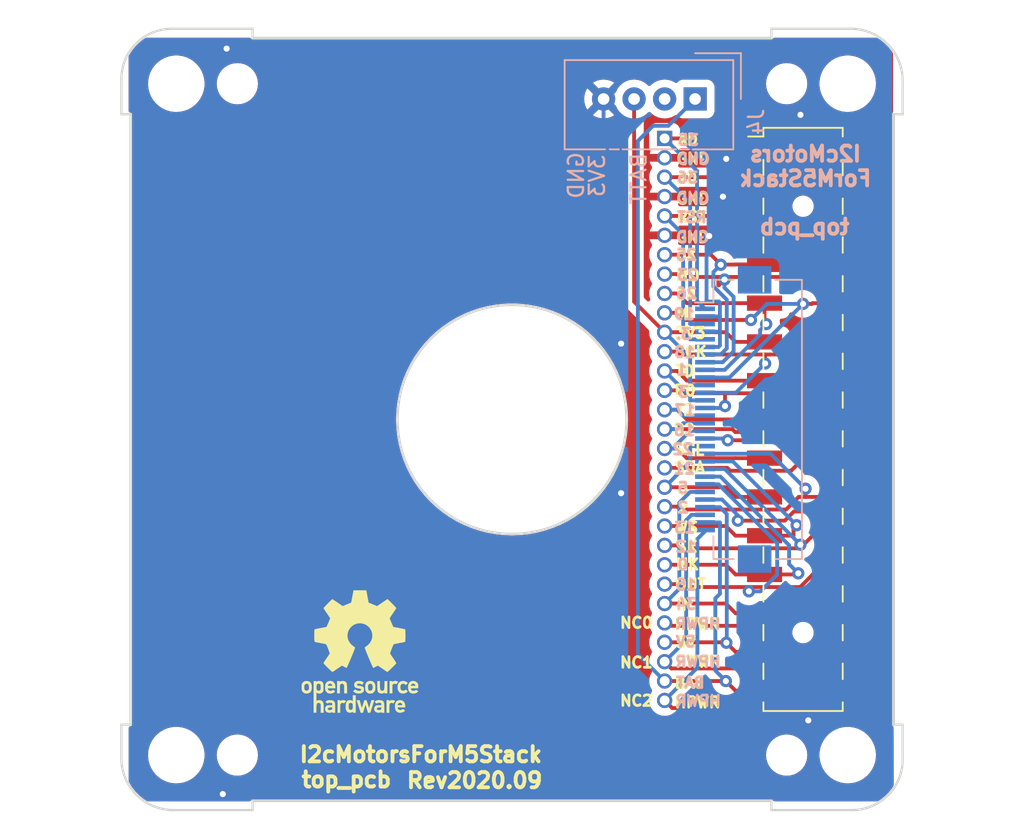
<source format=kicad_pcb>
(kicad_pcb (version 20221018) (generator pcbnew)
  (layers (0 "F.Cu" signal) (31 "B.Cu" signal) (34 "B.Paste" user) (35 "F.Paste" user) (36 "B.SilkS" user "B.Silkscreen") (37 "F.SilkS" user "F.Silkscreen") (38 "B.Mask" user) (39 "F.Mask" user) (44 "Edge.Cuts" user))
  (net 0 "")
  (net 1 "GND")
  (net 2 "G23")
  (net 3 "G19")
  (net 4 "G18")
  (net 5 "G3")
  (net 6 "G16")
  (net 7 "G21")
  (net 8 "G2")
  (net 9 "G12")
  (net 10 "G15")
  (net 11 "+BATT")
  (net 12 "+5V")
  (net 13 "G34")
  (net 14 "G0")
  (net 15 "G13")
  (net 16 "G5")
  (net 17 "G22")
  (net 18 "G17")
  (net 19 "G1")
  (net 20 "G26")
  (net 21 "G25")
  (net 22 "RST")
  (net 23 "G36")
  (net 24 "G35")
  (net 25 "+3V3")
  (net 26 "/NC0")
  (net 27 "/NC1")
  (net 28 "/NC2")
  (net 29 "Net-(J4-Pad2)")
  (footprint "MountingHole:MountingHole_3.2mm_M3" (layer "F.Cu") (at 103 53)
    (fp_text reference "REF1" hide)
    (fp_text value "MountingHole_3.2mm_M3")
  )
  (footprint "MountingHole:MountingHole_3.2mm_M3" (layer "F.Cu") (at 103 97)
    (fp_text reference "REF6" hide)
    (fp_text value "MountingHole_3.2mm_M3")
  )
  (footprint "MountingHole:MountingHole_3.2mm_M3" (layer "F.Cu") (at 147 97)
    (fp_text reference "REF9" hide)
    (fp_text value "MountingHole_3.2mm_M3")
  )
  (footprint "MountingHole:MountingHole_2.2mm_M2" (layer "F.Cu") (at 107 53)
    (fp_text reference "REF2" hide)
    (fp_text value "MountingHole_2.2mm_M2")
  )
  (footprint "MountingHole:MountingHole_3.2mm_M3" (layer "F.Cu") (at 147 53)
    (fp_text reference "REF4" hide)
    (fp_text value "MountingHole_3.2mm_M3")
  )
  (footprint "MountingHole:MountingHole_2.2mm_M2" (layer "F.Cu") (at 143 53)
    (fp_text reference "REF3" hide)
    (fp_text value "MountingHole_2.2mm_M2")
  )
  (footprint "MountingHole:MountingHole_2.2mm_M2" (layer "F.Cu") (at 107 97)
    (fp_text reference "REF7" hide)
    (fp_text value "MountingHole_2.2mm_M2")
  )
  (footprint "MountingHole:MountingHole_2.2mm_M2" (layer "F.Cu") (at 143 97)
    (fp_text reference "REF8" hide)
    (fp_text value "MountingHole_2.2mm_M2")
  )
  (footprint "footprints:PinHeader_2x15_P2.54mm_Vertical_SMD_for_M5Stack" (layer "F.Cu") (at 144.074 75)
    (fp_text reference "J2" hide)
    (fp_text value "header")
  )
  (footprint "Symbol:OSHW-Logo_7.5x8mm_SilkScreen" (layer "F.Cu") (at 115.0238 90.2082)
    (fp_text reference "OSHWREF2" hide)
    (fp_text value "OSHW-Logo_7.5x8mm_SilkScreen" hide)
  )
  (footprint "footprints:corner_edge1" (layer "F.Cu") (at 150 50)
    (fp_text reference "corner1" hide)
    (fp_text value "corner_edge1")
    (fp_line (start -8 -0.6) (end -2.8 -0.6) (stroke (width 0.15)) (layer "Edge.Cuts"))
    (fp_line (start -8 0) (end -8 -0.6) (stroke (width 0.15)) (layer "Edge.Cuts"))
    (fp_line (start 0.6 2.8) (end 0.6 5) (stroke (width 0.15)) (layer "Edge.Cuts"))
    (fp_line (start 0.6 5) (end 0 5) (stroke (width 0.15)) (layer "Edge.Cuts"))
    (fp_arc (start -2.8 -0.6) (mid -0.395837 0.395837) (end 0.6 2.8) (stroke (width 0.15)) (layer "Edge.Cuts"))
  )
  (footprint "footprints:corner_edge2" (layer "F.Cu") (at 150 100 180)
    (fp_text reference "corner2" hide)
    (fp_text value "corner_edge2")
    (fp_line (start -0.6 2.7) (end -0.6 5) (stroke (width 0.15)) (layer "Edge.Cuts"))
    (fp_line (start -0.6 5) (end 0 5) (stroke (width 0.15)) (layer "Edge.Cuts"))
    (fp_line (start 8 -0.6) (end 2.7 -0.6) (stroke (width 0.15)) (layer "Edge.Cuts"))
    (fp_line (start 8 0) (end 8 -0.6) (stroke (width 0.15)) (layer "Edge.Cuts"))
    (fp_arc (start -0.6 2.7) (mid 0.366548 0.366548) (end 2.7 -0.6) (stroke (width 0.15)) (layer "Edge.Cuts"))
  )
  (footprint "footprints:corner_edge2" (layer "F.Cu") (at 100 50)
    (fp_text reference "corner3" hide)
    (fp_text value "corner_edge2")
    (fp_line (start -0.6 2.7) (end -0.6 5) (stroke (width 0.15)) (layer "Edge.Cuts"))
    (fp_line (start -0.6 5) (end 0 5) (stroke (width 0.15)) (layer "Edge.Cuts"))
    (fp_line (start 8 -0.6) (end 2.7 -0.6) (stroke (width 0.15)) (layer "Edge.Cuts"))
    (fp_line (start 8 0) (end 8 -0.6) (stroke (width 0.15)) (layer "Edge.Cuts"))
    (fp_arc (start -0.6 2.7) (mid 0.366548 0.366548) (end 2.7 -0.6) (stroke (width 0.15)) (layer "Edge.Cuts"))
  )
  (footprint "footprints:corner_edge1" (layer "F.Cu") (at 100 100 180)
    (fp_text reference "corner4" hide)
    (fp_text value "corner_edge1")
    (fp_line (start -8 -0.6) (end -2.8 -0.6) (stroke (width 0.15)) (layer "Edge.Cuts"))
    (fp_line (start -8 0) (end -8 -0.6) (stroke (width 0.15)) (layer "Edge.Cuts"))
    (fp_line (start 0.6 2.8) (end 0.6 5) (stroke (width 0.15)) (layer "Edge.Cuts"))
    (fp_line (start 0.6 5) (end 0 5) (stroke (width 0.15)) (layer "Edge.Cuts"))
    (fp_arc (start -2.8 -0.6) (mid -0.395837 0.395837) (end 0.6 2.8) (stroke (width 0.15)) (layer "Edge.Cuts"))
  )
  (footprint "footprints:PinHeader_1x30_P1.27mm_Vertical_without_silks" (layer "F.Cu") (at 135 56.585)
    (fp_text reference "J3" hide)
    (fp_text value "free_holes")
  )
  (footprint "Connector_FFC-FPC:Hirose_FH12-30S-0.5SH_1x30-1MP_P0.50mm_Horizontal" (layer "B.Cu") (at 139.5 75 -90)
    (fp_text reference "J1" hide)
    (fp_text value "flat_cable_connector")
  )
  (footprint "Connector:NS-Tech_Grove_1x04_P2mm_Vertical" (layer "B.Cu") (at 137 54 90)
    (fp_text reference "J4")
    (fp_text value "Conn_01x04")
  )
  (gr_circle (center 125 75) (end 132.5 75) (stroke (width 0.15)) (fill none) (layer "Edge.Cuts"))
  (gr_line (start 150 55) (end 150 95) (stroke (width 0.2)) (layer "Edge.Cuts"))
  (gr_line (start 100 95) (end 100 55) (stroke (width 0.15)) (layer "Edge.Cuts"))
  (gr_line (start 142 100) (end 108 100) (stroke (width 0.15)) (layer "Edge.Cuts"))
  (gr_line (start 108 50) (end 142 50) (stroke (width 0.15)) (layer "Edge.Cuts"))
  (gr_text "3" (at 136.2202 73.2028) (layer "B.SilkS") (effects (font (size 0.7 0.7) (thickness 0.175)) (justify mirror)))
  (gr_text "1" (at 136.1186 71.7423) (layer "B.SilkS") (effects (font (size 0.7 0.7) (thickness 0.175)) (justify mirror)))
  (gr_text "25" (at 136.4234 64.2112) (layer "B.SilkS") (effects (font (size 0.7 0.7) (thickness 0.175)) (justify mirror)))
  (gr_text "26" (at 136.4488 66.7385) (layer "B.SilkS") (effects (font (size 0.7 0.7) (thickness 0.175)) (justify mirror)))
  (gr_text "21" (at 136.2837 78.232) (layer "B.SilkS") (effects (font (size 0.7 0.7) (thickness 0.175)) (justify mirror)))
  (gr_text "RST" (at 136.7917 61.7601) (layer "B.SilkS") (effects (font (size 0.7 0.7) (thickness 0.175)) (justify mirror)))
  (gr_text "GND" (at 136.8933 57.9501) (layer "B.SilkS") (effects (font (size 0.7 0.7) (thickness 0.175)) (justify mirror)))
  (gr_text "BAT" (at 136.6901 92.2528) (layer "B.SilkS") (effects (font (size 0.7 0.7) (thickness 0.175)) (justify mirror)))
  (gr_text "35" (at 136.5504 56.6928) (layer "B.SilkS") (effects (font (size 0.7 0.7) (thickness 0.175)) (justify mirror)))
  (gr_text "22" (at 136.1948 76.9493) (layer "B.SilkS") (effects (font (size 0.7 0.7) (thickness 0.175)) (justify mirror)))
  (gr_text "36" (at 136.4996 59.1566) (layer "B.SilkS") (effects (font (size 0.7 0.7) (thickness 0.175)) (justify mirror)))
  (gr_text "18" (at 136.3218 70.5993) (layer "B.SilkS") (effects (font (size 0.7 0.7) (thickness 0.175)) (justify mirror)))
  (gr_text "19" (at 136.2837 68.0974) (layer "B.SilkS") (effects (font (size 0.7 0.7) (thickness 0.175)) (justify mirror)))
  (gr_text "13" (at 136.3091 82.0928) (layer "B.SilkS") (effects (font (size 0.7 0.7) (thickness 0.175)) (justify mirror)))
  (gr_text "12" (at 136.3726 83.3374) (layer "B.SilkS") (effects (font (size 0.7 0.7) (thickness 0.175)) (justify mirror)))
  (gr_text "15" (at 136.398 85.8393) (layer "B.SilkS") (effects (font (size 0.7 0.7) (thickness 0.175)) (justify mirror)))
  (gr_text "34" (at 136.398 87.0966) (layer "B.SilkS") (effects (font (size 0.7 0.7) (thickness 0.175)) (justify mirror)))
  (gr_text "I2cMotors\nForM5Stack" (at 144.2238 58.4082) (layer "B.SilkS") (effects (font (size 1 1) (thickness 0.25)) (justify mirror)))
  (gr_text "GND" (at 136.8552 63.0428) (layer "B.SilkS") (effects (font (size 0.7 0.7) (thickness 0.175)) (justify mirror)))
  (gr_text "HPWR" (at 137.1854 88.392) (layer "B.SilkS") (effects (font (size 0.7 0.7) (thickness 0.175)) (justify mirror)))
  (gr_text "HPWR" (at 137.2108 93.4466) (layer "B.SilkS") (effects (font (size 0.7 0.7) (thickness 0.175)) (justify mirror)))
  (gr_text "top_pcb" (at 144.1738 62.3832) (layer "B.SilkS") (effects (font (size 1 1) (thickness 0.25)) (justify mirror)))
  (gr_text "GND" (at 129.1988 59.0082 90) (layer "B.SilkS") (effects (font (size 1 1)) (justify mirror)))
  (gr_text "2" (at 136.2075 80.7847) (layer "B.SilkS") (effects (font (size 0.7 0.7) (thickness 0.175)) (justify mirror)))
  (gr_text "0" (at 136.1948 84.5185) (layer "B.SilkS") (effects (font (size 0.7 0.7) (thickness 0.175)) (justify mirror)))
  (gr_text "GND" (at 136.8552 60.4774) (layer "B.SilkS") (effects (font (size 0.7 0.7) (thickness 0.175)) (justify mirror)))
  (gr_text "23" (at 136.4996 65.532) (layer "B.SilkS") (effects (font (size 0.7 0.7) (thickness 0.175)) (justify mirror)))
  (gr_text "16" (at 136.2964 75.7047) (layer "B.SilkS") (effects (font (size 0.7 0.7) (thickness 0.175)) (justify mirror)))
  (gr_text "17" (at 136.3472 74.4093) (layer "B.SilkS") (effects (font (size 0.7 0.7) (thickness 0.175)) (justify mirror)))
  (gr_text "5" (at 136.1948 79.4893) (layer "B.SilkS") (effects (font (size 0.7 0.7) (thickness 0.175)) (justify mirror)))
  (gr_text "3V3" (at 130.5738 59.0332 90) (layer "B.SilkS") (effects (font (size 1 1)) (justify mirror)))
  (gr_text "HPWR" (at 137.1854 90.8812) (layer "B.SilkS") (effects (font (size 0.7 0.7) (thickness 0.175)) (justify mirror)))
  (gr_text "5V" (at 136.3853 89.5731) (layer "B.SilkS") (effects (font (size 0.7 0.7) (thickness 0.175)) (justify mirror)))
  (gr_text "BATT" (at 133.2988 59.2332 90) (layer "B.SilkS") (effects (font (size 1 1)) (justify mirror)))
  (gr_text "3." (at 136.2456 69.4055) (layer "B.SilkS") (effects (font (size 0.7 0.7) (thickness 0.175)) (justify mirror)))
  (gr_text "SCL" (at 136.6139 77.0001) (layer "F.SilkS") (effects (font (size 0.7 0.7) (thickness 0.175))))
  (gr_text "T2" (at 136.3345 74.3839) (layer "F.SilkS") (effects (font (size 0.7 0.7) (thickness 0.175))))
  (gr_text "AD" (at 136.525 56.6674) (layer "F.SilkS") (effects (font (size 0.7 0.7) (thickness 0.175))))
  (gr_text "T0" (at 136.3218 71.8312) (layer "F.SilkS") (effects (font (size 0.7 0.7) (thickness 0.175))))
  (gr_text "DA" (at 136.398 64.2747) (layer "F.SilkS") (effects (font (size 0.7 0.7) (thickness 0.175))))
  (gr_text "WS" (at 136.4488 82.0801) (layer "F.SilkS") (effects (font (size 0.7 0.7) (thickness 0.175))))
  (gr_text "IN" (at 136.3218 87.1601) (layer "F.SilkS") (effects (font (size 0.7 0.7) (thickness 0.175))))
  (gr_text "R0" (at 136.3345 73.1139) (layer "F.SilkS") (effects (font (size 0.7 0.7) (thickness 0.175))))
  (gr_text "SDA" (at 136.6393 78.1431) (layer "F.SilkS") (effects (font (size 0.7 0.7) (thickness 0.175))))
  (gr_text "SK" (at 136.4742 83.3501) (layer "F.SilkS") (effects (font (size 0.7 0.7) (thickness 0.175))))
  (gr_text "3V3" (at 136.7028 69.342) (layer "F.SilkS") (effects (font (size 0.7 0.7) (thickness 0.175))))
  (gr_text "GND" (at 136.8552 57.912) (layer "F.SilkS") (effects (font (size 0.7 0.7) (thickness 0.175))))
  (gr_text "GND" (at 136.8298 63.0682) (layer "F.SilkS") (effects (font (size 0.7 0.7) (thickness 0.175))))
  (gr_text "RST" (at 136.7536 61.7347) (layer "F.SilkS") (effects (font (size 0.7 0.7) (thickness 0.175))))
  (gr_text "5V" (at 136.3853 89.6112) (layer "F.SilkS") (effects (font (size 0.7 0.7) (thickness 0.175))))
  (gr_text "BAT" (at 136.5885 92.2655) (layer "F.SilkS") (effects (font (size 0.7 0.7) (thickness 0.175))))
  (gr_text "5" (at 136.2075 79.5274) (layer "F.SilkS") (effects (font (size 0.7 0.7) (thickness 0.175))))
  (gr_text "2" (at 136.2075 80.772) (layer "F.SilkS") (effects (font (size 0.7 0.7) (thickness 0.175))))
  (gr_text "HPWR" (at 137.1346 88.4301) (layer "F.SilkS") (effects (font (size 0.7 0.7) (thickness 0.175))))
  (gr_text "HPWR" (at 137.1981 90.8812) (layer "F.SilkS") (effects (font (size 0.7 0.7) (thickness 0.175))))
  (gr_text "HPWR" (at 137.1473 93.5482) (layer "F.SilkS") (effects (font (size 0.7 0.7) (thickness 0.175))))
  (gr_text "NC0" (at 133.1488 88.3301) (layer "F.SilkS") (effects (font (size 0.7 0.7) (thickness 0.175))))
  (gr_text "NC2" (at 133.1488 93.4332) (layer "F.SilkS") (effects (font (size 0.7 0.7) (thickness 0.175))))
  (gr_text "NC1" (at 133.1488 90.9301) (layer "F.SilkS") (effects (font (size 0.7 0.7) (thickness 0.175))))
  (gr_text "SCK" (at 136.7028 70.5739) (layer "F.SilkS") (effects (font (size 0.7 0.7) (thickness 0.175))))
  (gr_text "AD" (at 136.4742 59.1566) (layer "F.SilkS") (effects (font (size 0.7 0.7) (thickness 0.175))))
  (gr_text "top_pcb" (at 114.1488 98.6082) (layer "F.SilkS") (effects (font (size 1 1) (thickness 0.25))))
  (gr_text "Rev2020.09" (at 122.5488 98.6582) (layer "F.SilkS") (effects (font (size 1 1) (thickness 0.25))))
  (gr_text "R2" (at 136.2837 75.6793) (layer "F.SilkS") (effects (font (size 0.7 0.7) (thickness 0.175))))
  (gr_text "DA" (at 136.398 66.8147) (layer "F.SilkS") (effects (font (size 0.7 0.7) (thickness 0.175))))
  (gr_text "I2cMotorsForM5Stack" (at 119.0238 96.9582) (layer "F.SilkS") (effects (font (size 1 1) (thickness 0.25))))
  (gr_text "OUT" (at 136.7028 85.8012) (layer "F.SilkS") (effects (font (size 0.7 0.7) (thickness 0.175))))
  (gr_text "GND" (at 136.8552 60.5409) (layer "F.SilkS") (effects (font (size 0.7 0.7) (thickness 0.175))))
  (gr_text "MO" (at 136.5123 65.5701) (layer "F.SilkS") (effects (font (size 0.7 0.7) (thickness 0.175))))
  (gr_text "MK" (at 136.4996 84.5058) (layer "F.SilkS") (effects (font (size 0.7 0.7) (thickness 0.175))))
  (gr_text "MI" (at 136.3091 68.1101) (layer "F.SilkS") (effects (font (size 0.7 0.7) (thickness 0.175))))
  (segment (start 144.41631 94.72121) (end 139.18739 94.72121) (width 0.25) (layer "F.Cu") (net 1))
  (segment (start 132.1488 70.0332) (end 133.3488 71.2332) (width 0.25) (layer "F.Cu") (net 1))
  (segment (start 135 60.395) (end 138.8175 60.395) (width 0.25) (layer "F.Cu") (net 1))
  (segment (start 135.0697 57.9247) (end 135 57.855) (width 0.25) (layer "F.Cu") (net 1))
  (segment (start 133.3488 78.6332) (end 132.1488 79.8332) (width 0.25) (layer "F.Cu") (net 1))
  (segment (start 109.082834 98.046533) (end 109.076898 98.090352) (width 0.25) (layer "F.Cu") (net 1))
  (segment (start 134.9248 98.9838) (end 110.0201 98.9838) (width 0.25) (layer "F.Cu") (net 1))
  (segment (start 133.3488 71.2332) (end 133.3488 78.6332) (width 0.25) (layer "F.Cu") (net 1))
  (segment (start 139.18739 94.72121) (end 134.9248 98.9838) (width 0.25) (layer "F.Cu") (net 1))
  (segment (start 109.076898 98.090352) (end 107.614085 99.553165) (width 0.25) (layer "F.Cu") (net 1))
  (segment (start 135.0443 62.9793) (end 135 62.935) (width 0.25) (layer "F.Cu") (net 1))
  (segment (start 138.8175 60.395) (end 138.8237 60.4012) (width 0.25) (layer "F.Cu") (net 1))
  (segment (start 137.922 62.9793) (end 135.0443 62.9793) (width 0.25) (layer "F.Cu") (net 1))
  (segment (start 146.599 57.22) (end 145.524 57.22) (width 0.25) (layer "F.Cu") (net 1))
  (segment (start 143.904163 55.600163) (end 143.904163 55.040424) (width 0.25) (layer "F.Cu") (net 1))
  (segment (start 110.0201 98.9838) (end 109.082834 98.046533) (width 0.25) (layer "F.Cu") (net 1))
  (segment (start 145.524 57.22) (end 143.904163 55.600163) (width 0.25) (layer "F.Cu") (net 1))
  (segment (start 107.614085 99.553165) (end 106.047125 99.553165) (width 0.25) (layer "F.Cu") (net 1))
  (segment (start 139.0396 57.9247) (end 135.0697 57.9247) (width 0.25) (layer "F.Cu") (net 1))
  (via (at 132.1488 79.8332) (size 0.8) (drill 0.4) (layers "F.Cu" "B.Cu") (net 1))
  (via (at 106.047125 99.553165) (size 0.8) (drill 0.4) (layers "F.Cu" "B.Cu") (net 1))
  (via (at 138.8237 60.4012) (size 0.8) (drill 0.4) (layers "F.Cu" "B.Cu") (net 1))
  (via (at 106.299 50.6984) (size 0.8) (drill 0.4) (layers "F.Cu" "B.Cu") (net 1))
  (via (at 132.1488 70.0332) (size 0.8) (drill 0.4) (layers "F.Cu" "B.Cu") (net 1))
  (via (at 144.41631 94.72121) (size 0.8) (drill 0.4) (layers "F.Cu" "B.Cu") (net 1))
  (via (at 137.922 62.9793) (size 0.8) (drill 0.4) (layers "F.Cu" "B.Cu") (net 1))
  (via (at 139.0396 57.9247) (size 0.8) (drill 0.4) (layers "F.Cu" "B.Cu") (net 1))
  (via (at 143.904163 55.040424) (size 0.8) (drill 0.4) (layers "F.Cu" "B.Cu") (net 1))
  (segment (start 140.556024 55.040424) (end 143.904163 55.040424) (width 0.25) (layer "B.Cu") (net 1))
  (segment (start 139.7488 53.8332) (end 139.7488 54.2332) (width 0.25) (layer "B.Cu") (net 1))
  (segment (start 138.55 69.25) (end 137.65 69.25) (width 0.25) (layer "B.Cu") (net 1))
  (segment (start 138.8237 58.1406) (end 139.0396 57.9247) (width 0.25) (layer "B.Cu") (net 1))
  (segment (start 138.8237 60.4012) (end 138.8237 58.1406) (width 0.25) (layer "B.Cu") (net 1))
  (segment (start 139.7488 54.2332) (end 140.556024 55.040424) (width 0.25) (layer "B.Cu") (net 1))
  (segment (start 138.625001 68.209999) (end 138.625001 67.339999) (width 0.25) (layer "B.Cu") (net 1))
  (segment (start 143.904163 55.040424) (end 143.904163 57.594963) (width 0.25) (layer "B.Cu") (net 1))
  (segment (start 131 54) (end 131 68.8844) (width 0.25) (layer "B.Cu") (net 1))
  (segment (start 138.55 68.25) (end 137.65 68.25) (width 0.25) (layer "B.Cu") (net 1))
  (segment (start 147.2946 60.9854) (end 147.2946 91.5924) (width 0.25) (layer "B.Cu") (net 1))
  (segment (start 138.560001 67.274999) (end 137.811409 67.274999) (width 0.25) (layer "B.Cu") (net 1))
  (segment (start 106.299 50.6984) (end 106.6673 51.0667) (width 0.25) (layer "B.Cu") (net 1))
  (segment (start 136.9823 51.0667) (end 139.7488 53.8332) (width 0.25) (layer "B.Cu") (net 1))
  (segment (start 144.41631 94.47069) (end 144.41631 94.72121) (width 0.25) (layer "B.Cu") (net 1))
  (segment (start 138.585 68.25) (end 138.55 68.25) (width 0.25) (layer "B.Cu") (net 1))
  (segment (start 138.625001 69.325001) (end 138.625001 68.290001) (width 0.25) (layer "B.Cu") (net 1))
  (segment (start 147.2946 91.5924) (end 144.41631 94.47069) (width 0.25) (layer "B.Cu") (net 1))
  (segment (start 137.748422 67.212012) (end 137.748422 63.152878) (width 0.25) (layer "B.Cu") (net 1))
  (segment (start 131 68.8844) (end 132.1488 70.0332) (width 0.25) (layer "B.Cu") (net 1))
  (segment (start 106.6673 51.0667) (end 136.9823 51.0667) (width 0.25) (layer "B.Cu") (net 1))
  (segment (start 138.535002 70.25) (end 138.625001 70.160001) (width 0.25) (layer "B.Cu") (net 1))
  (segment (start 138.625001 70.160001) (end 138.625001 69.325001) (width 0.25) (layer "B.Cu") (net 1))
  (segment (start 138.625001 68.290001) (end 138.585 68.25) (width 0.25) (layer "B.Cu") (net 1))
  (segment (start 138.625001 69.325001) (end 138.55 69.25) (width 0.25) (layer "B.Cu") (net 1))
  (segment (start 138.625001 67.339999) (end 138.560001 67.274999) (width 0.25) (layer "B.Cu") (net 1))
  (segment (start 137.811409 67.274999) (end 137.748422 67.212012) (width 0.25) (layer "B.Cu") (net 1))
  (segment (start 138.585 68.25) (end 138.625001 68.209999) (width 0.25) (layer "B.Cu") (net 1))
  (segment (start 137.748422 63.152878) (end 137.922 62.9793) (width 0.25) (layer "B.Cu") (net 1))
  (segment (start 137.65 70.25) (end 138.535002 70.25) (width 0.25) (layer "B.Cu") (net 1))
  (segment (start 143.904163 57.594963) (end 147.2946 60.9854) (width 0.25) (layer "B.Cu") (net 1))
  (segment (start 138.5196 65.6653) (end 138.5196 66.2087) (width 0.25) (layer "F.Cu") (net 2))
  (segment (start 136.0156 65.6653) (end 135.8253 65.475) (width 0.25) (layer "F.Cu") (net 2))
  (segment (start 138.5196 65.6653) (end 136.0156 65.6653) (width 0.25) (layer "F.Cu") (net 2))
  (segment (start 144.6987 64.84) (end 143.8734 65.6653) (width 0.25) (layer "F.Cu") (net 2))
  (segment (start 143.8734 65.6653) (end 138.5196 65.6653) (width 0.25) (layer "F.Cu") (net 2))
  (segment (start 138.5196 66.2087) (end 138.549278 66.2087) (width 0.25) (layer "F.Cu") (net 2))
  (segment (start 135 65.475) (end 135.8253 65.475) (width 0.25) (layer "F.Cu") (net 2))
  (segment (start 138.549278 66.2087) (end 138.923433 65.834545) (width 0.25) (layer "F.Cu") (net 2))
  (segment (start 146.599 64.84) (end 144.6987 64.84) (width 0.25) (layer "F.Cu") (net 2))
  (via (at 138.923433 65.834545) (size 0.8) (drill 0.4) (layers "F.Cu" "B.Cu") (net 2))
  (segment (start 138.923433 66.365611) (end 138.923433 65.834545) (width 0.25) (layer "B.Cu") (net 2))
  (segment (start 138.807822 71.25) (end 139.525021 70.532801) (width 0.25) (layer "B.Cu") (net 2))
  (segment (start 139.525021 70.532801) (end 139.52502 66.967198) (width 0.25) (layer "B.Cu") (net 2))
  (segment (start 139.52502 66.967198) (end 138.923433 66.365611) (width 0.25) (layer "B.Cu") (net 2))
  (segment (start 137.65 71.25) (end 138.807822 71.25) (width 0.25) (layer "B.Cu") (net 2))
  (segment (start 135 68.015) (end 135.8253 68.015) (width 0.25) (layer "F.Cu") (net 3))
  (segment (start 144.6492 67.4295) (end 144.6987 67.38) (width 0.25) (layer "F.Cu") (net 3))
  (segment (start 136.2931 68.4828) (end 140.6573 68.4828) (width 0.25) (layer "F.Cu") (net 3))
  (segment (start 146.599 67.38) (end 144.6987 67.38) (width 0.25) (layer "F.Cu") (net 3))
  (segment (start 144.074 67.4295) (end 144.6492 67.4295) (width 0.25) (layer "F.Cu") (net 3))
  (segment (start 135.8253 68.015) (end 136.2931 68.4828) (width 0.25) (layer "F.Cu") (net 3))
  (via (at 144.074 67.4295) (size 0.8) (drill 0.4) (layers "F.Cu" "B.Cu") (net 3))
  (via (at 140.6573 68.4828) (size 0.8) (drill 0.4) (layers "F.Cu" "B.Cu") (net 3))
  (segment (start 137.65 72.25) (end 139.2535 72.25) (width 0.25) (layer "B.Cu") (net 3))
  (segment (start 144.074 67.4295) (end 141.7106 67.4295) (width 0.25) (layer "B.Cu") (net 3))
  (segment (start 141.7106 67.4295) (end 140.6573 68.4828) (width 0.25) (layer "B.Cu") (net 3))
  (segment (start 139.2535 72.25) (end 144.074 67.4295) (width 0.25) (layer "B.Cu") (net 3))
  (segment (start 135 70.555) (end 135.8253 70.555) (width 0.25) (layer "F.Cu") (net 4))
  (segment (start 143.8733 70.7454) (end 141.5874 70.7454) (width 0.25) (layer "F.Cu") (net 4))
  (segment (start 141.5874 70.7454) (end 141.5874 71.3354) (width 0.25) (layer "F.Cu") (net 4))
  (segment (start 141.5874 70.7454) (end 136.0157 70.7454) (width 0.25) (layer "F.Cu") (net 4))
  (segment (start 144.6987 69.92) (end 143.8733 70.7454) (width 0.25) (layer "F.Cu") (net 4))
  (segment (start 136.0157 70.7454) (end 135.8253 70.555) (width 0.25) (layer "F.Cu") (net 4))
  (segment (start 146.599 69.92) (end 144.6987 69.92) (width 0.25) (layer "F.Cu") (net 4))
  (via (at 141.5874 71.3354) (size 0.8) (drill 0.4) (layers "F.Cu" "B.Cu") (net 4))
  (segment (start 139.6728 73.25) (end 141.5874 71.3354) (width 0.25) (layer "B.Cu") (net 4))
  (segment (start 137.65 73.25) (end 139.6728 73.25) (width 0.25) (layer "B.Cu") (net 4))
  (segment (start 138.9585 73.2853) (end 138.9585 74.125) (width 0.25) (layer "F.Cu") (net 5))
  (segment (start 143.8734 73.2853) (end 144.6987 72.46) (width 0.25) (layer "F.Cu") (net 5))
  (segment (start 138.9585 73.2853) (end 143.8734 73.2853) (width 0.25) (layer "F.Cu") (net 5))
  (segment (start 135.8253 73.095) (end 136.0156 73.2853) (width 0.25) (layer "F.Cu") (net 5))
  (segment (start 136.0156 73.2853) (end 138.9585 73.2853) (width 0.25) (layer "F.Cu") (net 5))
  (segment (start 146.599 72.46) (end 144.6987 72.46) (width 0.25) (layer "F.Cu") (net 5))
  (segment (start 135 73.095) (end 135.8253 73.095) (width 0.25) (layer "F.Cu") (net 5))
  (via (at 138.9585 74.125) (size 0.8) (drill 0.4) (layers "F.Cu" "B.Cu") (net 5))
  (segment (start 138.9585 74.125) (end 138.8335 74.25) (width 0.25) (layer "B.Cu") (net 5))
  (segment (start 138.8335 74.25) (end 137.65 74.25) (width 0.25) (layer "B.Cu") (net 5))
  (segment (start 144.6987 75) (end 143.8734 75.8253) (width 0.25) (layer "F.Cu") (net 6))
  (segment (start 143.8734 75.8253) (end 139.6272 75.8253) (width 0.25) (layer "F.Cu") (net 6))
  (segment (start 146.599 75) (end 144.6987 75) (width 0.25) (layer "F.Cu") (net 6))
  (segment (start 135 75.635) (end 135.8253 75.635) (width 0.25) (layer "F.Cu") (net 6))
  (segment (start 139.6272 75.8253) (end 139.4369 75.635) (width 0.25) (layer "F.Cu") (net 6))
  (segment (start 139.4369 75.635) (end 135.8253 75.635) (width 0.25) (layer "F.Cu") (net 6))
  (segment (start 135.8253 75.635) (end 136.2103 75.25) (width 0.25) (layer "B.Cu") (net 6))
  (segment (start 136.2103 75.25) (end 137.65 75.25) (width 0.25) (layer "B.Cu") (net 6))
  (segment (start 135 75.635) (end 135.8253 75.635) (width 0.25) (layer "B.Cu") (net 6))
  (segment (start 146.599 77.54) (end 144.6987 77.54) (width 0.25) (layer "F.Cu") (net 7))
  (segment (start 142.9525 76.3651) (end 139.1412 76.3651) (width 0.25) (layer "F.Cu") (net 7))
  (segment (start 144.1274 77.54) (end 144.1194 77.532) (width 0.25) (layer "F.Cu") (net 7))
  (segment (start 144.6987 77.54) (end 144.1274 77.54) (width 0.25) (layer "F.Cu") (net 7))
  (segment (start 143.2861 78.3653) (end 139.2918 78.3653) (width 0.25) (layer "F.Cu") (net 7))
  (segment (start 135 78.175) (end 135.8253 78.175) (width 0.25) (layer "F.Cu") (net 7))
  (segment (start 139.1015 78.175) (end 135.8253 78.175) (width 0.25) (layer "F.Cu") (net 7))
  (segment (start 144.1194 77.532) (end 143.2861 78.3653) (width 0.25) (layer "F.Cu") (net 7))
  (segment (start 144.1194 77.532) (end 142.9525 76.3651) (width 0.25) (layer "F.Cu") (net 7))
  (segment (start 139.2918 78.3653) (end 139.1015 78.175) (width 0.25) (layer "F.Cu") (net 7))
  (via (at 139.1412 76.3651) (size 0.8) (drill 0.4) (layers "F.Cu" "B.Cu") (net 7))
  (segment (start 139.0261 76.25) (end 137.65 76.25) (width 0.25) (layer "B.Cu") (net 7))
  (segment (start 139.1412 76.3651) (end 139.0261 76.25) (width 0.25) (layer "B.Cu") (net 7))
  (segment (start 135.8253 80.715) (end 136.0156 80.9053) (width 0.25) (layer "F.Cu") (net 8))
  (segment (start 144.2372 80.08) (end 144.2372 79.5415) (width 0.25) (layer "F.Cu") (net 8))
  (segment (start 144.6987 80.08) (end 144.2372 80.08) (width 0.25) (layer "F.Cu") (net 8))
  (segment (start 144.2372 80.08) (end 143.784002 80.08) (width 0.25) (layer "F.Cu") (net 8))
  (segment (start 136.015899 80.905001) (end 136.0156 80.9053) (width 0.25) (layer "F.Cu") (net 8))
  (segment (start 143.784002 80.08) (end 142.959001 80.905001) (width 0.25) (layer "F.Cu") (net 8))
  (segment (start 135 80.715) (end 135.8253 80.715) (width 0.25) (layer "F.Cu") (net 8))
  (segment (start 146.599 80.08) (end 144.6987 80.08) (width 0.25) (layer "F.Cu") (net 8))
  (segment (start 142.959001 80.905001) (end 136.015899 80.905001) (width 0.25) (layer "F.Cu") (net 8))
  (via (at 144.2372 79.5415) (size 0.8) (drill 0.4) (layers "F.Cu" "B.Cu") (net 8))
  (segment (start 141.9457 77.25) (end 137.65 77.25) (width 0.25) (layer "B.Cu") (net 8))
  (segment (start 144.2372 79.5415) (end 141.9457 77.25) (width 0.25) (layer "B.Cu") (net 8))
  (segment (start 144.6987 82.62) (end 144.1092 83.2095) (width 0.25) (layer "F.Cu") (net 9))
  (segment (start 146.599 82.62) (end 144.6987 82.62) (width 0.25) (layer "F.Cu") (net 9))
  (segment (start 144.1092 83.2095) (end 143.9006 83.2095) (width 0.25) (layer "F.Cu") (net 9))
  (segment (start 135.8253 83.255) (end 136.0156 83.4453) (width 0.25) (layer "F.Cu") (net 9))
  (segment (start 135 83.255) (end 135.8253 83.255) (width 0.25) (layer "F.Cu") (net 9))
  (segment (start 143.6648 83.4453) (end 143.9006 83.2095) (width 0.25) (layer "F.Cu") (net 9))
  (segment (start 136.0156 83.4453) (end 143.6648 83.4453) (width 0.25) (layer "F.Cu") (net 9))
  (via (at 143.9006 83.2095) (size 0.8) (drill 0.4) (layers "F.Cu" "B.Cu") (net 9))
  (segment (start 138.9411 78.25) (end 143.9006 83.2095) (width 0.25) (layer "B.Cu") (net 9))
  (segment (start 137.65 78.25) (end 138.9411 78.25) (width 0.25) (layer "B.Cu") (net 9))
  (segment (start 143.8857 85.9853) (end 144.6987 85.1723) (width 0.25) (layer "F.Cu") (net 10))
  (segment (start 146.599 85.16) (end 144.6987 85.16) (width 0.25) (layer "F.Cu") (net 10))
  (segment (start 140.5226 85.9853) (end 143.8857 85.9853) (width 0.25) (layer "F.Cu") (net 10))
  (segment (start 135.8253 85.795) (end 136.0156 85.9853) (width 0.25) (layer "F.Cu") (net 10))
  (segment (start 144.6987 85.1723) (end 144.6987 85.16) (width 0.25) (layer "F.Cu") (net 10))
  (segment (start 136.0156 85.9853) (end 140.5226 85.9853) (width 0.25) (layer "F.Cu") (net 10))
  (segment (start 135 85.795) (end 135.8253 85.795) (width 0.25) (layer "F.Cu") (net 10))
  (segment (start 140.5226 85.9853) (end 140.5226 86.2653) (width 0.25) (layer "F.Cu") (net 10))
  (via (at 140.5226 86.2653) (size 0.8) (drill 0.4) (layers "F.Cu" "B.Cu") (net 10))
  (segment (start 140.5226 86.2653) (end 141.2857 86.2653) (width 0.25) (layer "B.Cu") (net 10))
  (segment (start 142.3767 85.1743) (end 142.3767 83.1037) (width 0.25) (layer "B.Cu") (net 10))
  (segment (start 142.3767 83.1037) (end 138.523 79.25) (width 0.25) (layer "B.Cu") (net 10))
  (segment (start 141.2857 86.2653) (end 142.3767 85.1743) (width 0.25) (layer "B.Cu") (net 10))
  (segment (start 138.523 79.25) (end 137.65 79.25) (width 0.25) (layer "B.Cu") (net 10))
  (segment (start 135 92.145) (end 139.0137 92.145) (width 0.25) (layer "F.Cu") (net 11))
  (segment (start 139.0137 92.145) (end 139.6487 92.78) (width 0.25) (layer "F.Cu") (net 11))
  (segment (start 141.549 92.78) (end 139.6487 92.78) (width 0.25) (layer "F.Cu") (net 11))
  (via (at 139.0137 92.145) (size 0.8) (drill 0.4) (layers "F.Cu" "B.Cu") (net 11))
  (segment (start 133.2488 56.751198) (end 133.2488 90.3938) (width 0.25) (layer "B.Cu") (net 11))
  (segment (start 137.65 81.75) (end 138.6253 81.75) (width 0.25) (layer "B.Cu") (net 11))
  (segment (start 138.6253 81.75) (end 138.6253 86.4282) (width 0.25) (layer "B.Cu") (net 11))
  (segment (start 133.2488 90.3938) (end 135 92.145) (width 0.25) (layer "B.Cu") (net 11))
  (segment (start 138.323799 91.455099) (end 139.0137 92.145) (width 0.25) (layer "B.Cu") (net 11))
  (segment (start 135.240001 55.759999) (end 134.239999 55.759999) (width 0.25) (layer "B.Cu") (net 11))
  (segment (start 138.323799 86.729701) (end 138.323799 91.455099) (width 0.25) (layer "B.Cu") (net 11))
  (segment (start 134.239999 55.759999) (end 133.2488 56.751198) (width 0.25) (layer "B.Cu") (net 11))
  (segment (start 137 54) (end 135.240001 55.759999) (width 0.25) (layer "B.Cu") (net 11))
  (segment (start 138.6253 86.4282) (end 138.323799 86.729701) (width 0.25) (layer "B.Cu") (net 11))
  (segment (start 135 89.605) (end 139.0206 89.605) (width 0.25) (layer "F.Cu") (net 12))
  (segment (start 139.0488 89.6332) (end 139.6556 90.24) (width 0.25) (layer "F.Cu") (net 12))
  (segment (start 139.6556 90.24) (end 141.549 90.24) (width 0.25) (layer "F.Cu") (net 12))
  (segment (start 139.0206 89.605) (end 139.0488 89.6332) (width 0.25) (layer "F.Cu") (net 12))
  (via (at 139.0488 89.6332) (size 0.8) (drill 0.4) (layers "F.Cu" "B.Cu") (net 12))
  (segment (start 139.0757 89.6063) (end 139.0488 89.6332) (width 0.25) (layer "B.Cu") (net 12))
  (segment (start 137.65 80.75) (end 138.6253 80.75) (width 0.25) (layer "B.Cu") (net 12))
  (segment (start 139.0757 81.2004) (end 138.6253 80.75) (width 0.25) (layer "B.Cu") (net 12))
  (segment (start 139.0757 87.2666) (end 139.0757 81.2004) (width 0.25) (layer "B.Cu") (net 12))
  (segment (start 139.0757 87.2666) (end 139.0757 89.6063) (width 0.25) (layer "B.Cu") (net 12))
  (segment (start 141.549 87.7) (end 139.6487 87.7) (width 0.25) (layer "F.Cu") (net 13))
  (segment (start 139.6487 87.7) (end 139.0137 87.065) (width 0.25) (layer "F.Cu") (net 13))
  (segment (start 139.0137 87.065) (end 135 87.065) (width 0.25) (layer "F.Cu") (net 13))
  (segment (start 135.965 86.1) (end 135.965 80.4597) (width 0.25) (layer "B.Cu") (net 13))
  (segment (start 135.965 80.4597) (end 136.6747 79.75) (width 0.25) (layer "B.Cu") (net 13))
  (segment (start 137.65 79.75) (end 136.6747 79.75) (width 0.25) (layer "B.Cu") (net 13))
  (segment (start 135 87.065) (end 135.965 86.1) (width 0.25) (layer "B.Cu") (net 13))
  (segment (start 143.6852 85.16) (end 143.7605 85.0847) (width 0.25) (layer "F.Cu") (net 14))
  (segment (start 139.0137 84.525) (end 139.6487 85.16) (width 0.25) (layer "F.Cu") (net 14))
  (segment (start 141.549 85.16) (end 143.6852 85.16) (width 0.25) (layer "F.Cu") (net 14))
  (segment (start 141.549 85.16) (end 139.6487 85.16) (width 0.25) (layer "F.Cu") (net 14))
  (segment (start 135 84.525) (end 139.0137 84.525) (width 0.25) (layer "F.Cu") (net 14))
  (via (at 143.7605 85.0847) (size 0.8) (drill 0.4) (layers "F.Cu" "B.Cu") (net 14))
  (segment (start 143.1605 83.2506) (end 138.6599 78.75) (width 0.25) (layer "B.Cu") (net 14))
  (segment (start 143.7605 85.0847) (end 143.1605 84.4847) (width 0.25) (layer "B.Cu") (net 14))
  (segment (start 143.1605 84.4847) (end 143.1605 83.2506) (width 0.25) (layer "B.Cu") (net 14))
  (segment (start 138.6599 78.75) (end 137.65 78.75) (width 0.25) (layer "B.Cu") (net 14))
  (segment (start 143.4493 82.243) (end 143.4493 82.1327) (width 0.25) (layer "F.Cu") (net 15))
  (segment (start 135 81.985) (end 139.0137 81.985) (width 0.25) (layer "F.Cu") (net 15))
  (segment (start 143.4493 82.1327) (end 143.649203 81.932797) (width 0.25) (layer "F.Cu") (net 15))
  (segment (start 141.549 82.62) (end 143.4493 82.62) (width 0.25) (layer "F.Cu") (net 15))
  (segment (start 143.4493 82.62) (end 143.4493 82.243) (width 0.25) (layer "F.Cu") (net 15))
  (segment (start 139.0137 81.985) (end 139.6487 82.62) (width 0.25) (layer "F.Cu") (net 15))
  (segment (start 141.549 82.62) (end 139.6487 82.62) (width 0.25) (layer "F.Cu") (net 15))
  (via (at 143.649203 81.932797) (size 0.8) (drill 0.4) (layers "F.Cu" "B.Cu") (net 15))
  (segment (start 139.466406 77.75) (end 139.2656 77.75) (width 0.25) (layer "B.Cu") (net 15))
  (segment (start 139.2656 77.75) (end 137.65 77.75) (width 0.25) (layer "B.Cu") (net 15))
  (segment (start 143.649203 81.932797) (end 139.466406 77.75) (width 0.25) (layer "B.Cu") (net 15))
  (segment (start 139.0137 79.445) (end 139.6487 80.08) (width 0.25) (layer "F.Cu") (net 16))
  (segment (start 135 79.445) (end 139.0137 79.445) (width 0.25) (layer "F.Cu") (net 16))
  (segment (start 141.549 80.08) (end 139.6487 80.08) (width 0.25) (layer "F.Cu") (net 16))
  (segment (start 136.6747 77.7703) (end 136.6747 76.75) (width 0.25) (layer "B.Cu") (net 16))
  (segment (start 137.65 76.75) (end 136.6747 76.75) (width 0.25) (layer "B.Cu") (net 16))
  (segment (start 135 79.445) (end 136.6747 77.7703) (width 0.25) (layer "B.Cu") (net 16))
  (segment (start 135.8253 76.905) (end 136.4603 77.54) (width 0.25) (layer "F.Cu") (net 17))
  (segment (start 141.549 77.54) (end 139.6487 77.54) (width 0.25) (layer "F.Cu") (net 17))
  (segment (start 136.4603 77.54) (end 139.6487 77.54) (width 0.25) (layer "F.Cu") (net 17))
  (segment (start 135 76.905) (end 135.8253 76.905) (width 0.25) (layer "F.Cu") (net 17))
  (segment (start 135.8253 76.905) (end 135.8253 76.5994) (width 0.25) (layer "B.Cu") (net 17))
  (segment (start 137.65 75.75) (end 136.6747 75.75) (width 0.25) (layer "B.Cu") (net 17))
  (segment (start 135 76.905) (end 135.8253 76.905) (width 0.25) (layer "B.Cu") (net 17))
  (segment (start 135.8253 76.5994) (end 136.6747 75.75) (width 0.25) (layer "B.Cu") (net 17))
  (segment (start 135 74.365) (end 135.8253 74.365) (width 0.25) (layer "F.Cu") (net 18))
  (segment (start 141.549 75) (end 136.4603 75) (width 0.25) (layer "F.Cu") (net 18))
  (segment (start 136.4603 75) (end 135.8253 74.365) (width 0.25) (layer "F.Cu") (net 18))
  (segment (start 135 74.365) (end 135.8253 74.365) (width 0.25) (layer "B.Cu") (net 18))
  (segment (start 136.2103 74.75) (end 137.65 74.75) (width 0.25) (layer "B.Cu") (net 18))
  (segment (start 135.8253 74.365) (end 136.2103 74.75) (width 0.25) (layer "B.Cu") (net 18))
  (segment (start 135 71.825) (end 135.8253 71.825) (width 0.25) (layer "F.Cu") (net 19))
  (segment (start 136.4603 72.46) (end 139.6487 72.46) (width 0.25) (layer "F.Cu") (net 19))
  (segment (start 135.8253 71.825) (end 136.4603 72.46) (width 0.25) (layer "F.Cu") (net 19))
  (segment (start 141.549 72.46) (end 139.6487 72.46) (width 0.25) (layer "F.Cu") (net 19))
  (segment (start 136.6747 73.4997) (end 136.6747 73.75) (width 0.25) (layer "B.Cu") (net 19))
  (segment (start 137.65 73.75) (end 136.6747 73.75) (width 0.25) (layer "B.Cu") (net 19))
  (segment (start 135 71.825) (end 136.6747 73.4997) (width 0.25) (layer "B.Cu") (net 19))
  (segment (start 135 66.745) (end 135.8253 66.745) (width 0.25) (layer "F.Cu") (net 20))
  (segment (start 141.3437 67.38) (end 139.6487 67.38) (width 0.25) (layer "F.Cu") (net 20))
  (segment (start 141.549 68.6413) (end 141.6576 68.7499) (width 0.25) (layer "F.Cu") (net 20))
  (segment (start 136.4603 67.38) (end 139.6487 67.38) (width 0.25) (layer "F.Cu") (net 20))
  (segment (start 141.549 67.38) (end 141.549 68.6413) (width 0.25) (layer "F.Cu") (net 20))
  (segment (start 135.8253 66.745) (end 136.4603 67.38) (width 0.25) (layer "F.Cu") (net 20))
  (segment (start 141.3437 67.38) (end 141.549 67.38) (width 0.25) (layer "F.Cu") (net 20))
  (via (at 141.6576 68.7499) (size 0.8) (drill 0.4) (layers "F.Cu" "B.Cu") (net 20))
  (segment (start 141.257601 69.149899) (end 141.6576 68.7499) (width 0.25) (layer "B.Cu") (net 20))
  (segment (start 141.6576 68.7499) (end 141.6576 68.8647) (width 0.25) (layer "B.Cu") (net 20))
  (segment (start 141.257601 69.436631) (end 141.257601 69.149899) (width 0.25) (layer "B.Cu") (net 20))
  (segment (start 137.65 71.75) (end 138.944232 71.75) (width 0.25) (layer "B.Cu") (net 20))
  (segment (start 138.944232 71.75) (end 141.257601 69.436631) (width 0.25) (layer "B.Cu") (net 20))
  (segment (start 141.549 64.84) (end 139.6487 64.84) (width 0.25) (layer "F.Cu") (net 21))
  (segment (start 138.6797 64.8523) (end 139.6364 64.8523) (width 0.25) (layer "F.Cu") (net 21))
  (segment (start 138.6797 64.8647) (end 138.6797 64.8523) (width 0.25) (layer "F.Cu") (net 21))
  (segment (start 139.6364 64.8523) (end 139.6487 64.84) (width 0.25) (layer "F.Cu") (net 21))
  (segment (start 138.0324 64.205) (end 135.8253 64.205) (width 0.25) (layer "F.Cu") (net 21))
  (segment (start 138.6797 64.8523) (end 138.0324 64.205) (width 0.25) (layer "F.Cu") (net 21))
  (segment (start 135 64.205) (end 135.8253 64.205) (width 0.25) (layer "F.Cu") (net 21))
  (via (at 138.6797 64.8647) (size 0.8) (drill 0.4) (layers "F.Cu" "B.Cu") (net 21))
  (segment (start 138.696411 70.725001) (end 137.656599 70.725001) (width 0.25) (layer "B.Cu") (net 21))
  (segment (start 138.6797 64.8647) (end 138.198432 65.345968) (width 0.25) (layer "B.Cu") (net 21))
  (segment (start 137.65 70.7316) (end 137.65 70.75) (width 0.25) (layer "B.Cu") (net 21))
  (segment (start 137.656599 70.725001) (end 137.65 70.7316) (width 0.25) (layer "B.Cu") (net 21))
  (segment (start 139.075011 70.346401) (end 138.696411 70.725001) (width 0.25) (layer "B.Cu") (net 21))
  (segment (start 139.075011 67.153599) (end 139.075011 70.346401) (width 0.25) (layer "B.Cu") (net 21))
  (segment (start 138.198432 66.27702) (end 139.075011 67.153599) (width 0.25) (layer "B.Cu") (net 21))
  (segment (start 138.198432 65.345968) (end 138.198432 66.27702) (width 0.25) (layer "B.Cu") (net 21))
  (segment (start 141.549 62.3) (end 139.6487 62.3) (width 0.25) (layer "F.Cu") (net 22))
  (segment (start 139.0137 61.665) (end 139.6487 62.3) (width 0.25) (layer "F.Cu") (net 22))
  (segment (start 135 61.665) (end 139.0137 61.665) (width 0.25) (layer "F.Cu") (net 22))
  (segment (start 136.6747 69.75) (end 136.2166 69.2919) (width 0.25) (layer "B.Cu") (net 22))
  (segment (start 137.65 69.75) (end 136.6747 69.75) (width 0.25) (layer "B.Cu") (net 22))
  (segment (start 136.2166 69.2919) (end 136.2166 62.8816) (width 0.25) (layer "B.Cu") (net 22))
  (segment (start 136.2166 62.8816) (end 135 61.665) (width 0.25) (layer "B.Cu") (net 22))
  (segment (start 135 59.125) (end 139.0137 59.125) (width 0.25) (layer "F.Cu") (net 23))
  (segment (start 139.0137 59.125) (end 139.6487 59.76) (width 0.25) (layer "F.Cu") (net 23))
  (segment (start 141.549 59.76) (end 139.6487 59.76) (width 0.25) (layer "F.Cu") (net 23))
  (segment (start 137.65 68.75) (end 136.6747 68.75) (width 0.25) (layer "B.Cu") (net 23))
  (segment (start 136.6747 60.7997) (end 136.6747 68.75) (width 0.25) (layer "B.Cu") (net 23))
  (segment (start 135 59.125) (end 136.6747 60.7997) (width 0.25) (layer "B.Cu") (net 23))
  (segment (start 135 56.585) (end 139.0137 56.585) (width 0.25) (layer "F.Cu") (net 24))
  (segment (start 141.549 57.22) (end 139.6487 57.22) (width 0.25) (layer "F.Cu") (net 24))
  (segment (start 139.0137 56.585) (end 139.6487 57.22) (width 0.25) (layer "F.Cu") (net 24))
  (segment (start 137.1251 58.7101) (end 137.1251 67.2251) (width 0.25) (layer "B.Cu") (net 24))
  (segment (start 135 56.585) (end 137.1251 58.7101) (width 0.25) (layer "B.Cu") (net 24))
  (segment (start 137.1251 67.2251) (end 137.65 67.75) (width 0.25) (layer "B.Cu") (net 24))
  (segment (start 133 67.285) (end 133 54) (width 0.25) (layer "F.Cu") (net 25))
  (segment (start 139.0137 69.285) (end 135.8253 69.285) (width 0.25) (layer "F.Cu") (net 25))
  (segment (start 135 69.285) (end 135.8253 69.285) (width 0.25) (layer "F.Cu") (net 25))
  (segment (start 135 69.285) (end 133 67.285) (width 0.25) (layer "F.Cu") (net 25))
  (segment (start 139.6487 69.92) (end 139.0137 69.285) (width 0.25) (layer "F.Cu") (net 25))
  (segment (start 141.549 69.92) (end 139.6487 69.92) (width 0.25) (layer "F.Cu") (net 25))
  (segment (start 136.6747 70.9597) (end 136.6747 72.75) (width 0.25) (layer "B.Cu") (net 25))
  (segment (start 137.65 72.75) (end 136.6747 72.75) (width 0.25) (layer "B.Cu") (net 25))
  (segment (start 135 69.285) (end 136.6747 70.9597) (width 0.25) (layer "B.Cu") (net 25))
  (segment (start 146.599 87.7) (end 143.784002 87.7) (width 0.25) (layer "F.Cu") (net 26))
  (segment (start 143.784002 87.7) (end 142.959001 88.525001) (width 0.25) (layer "F.Cu") (net 26))
  (segment (start 148.074001 81.859999) (end 148.074001 86.224999) (width 0.25) (layer "F.Cu") (net 26))
  (segment (start 135.190001 88.525001) (end 135 88.335) (width 0.25) (layer "F.Cu") (net 26))
  (segment (start 147.247202 81.0332) (end 148.074001 81.859999) (width 0.25) (layer "F.Cu") (net 26))
  (segment (start 139.8007 81.6332) (end 142.875798 81.6332) (width 0.25) (layer "F.Cu") (net 26))
  (segment (start 142.875798 81.6332) (end 143.475798 81.0332) (width 0.25) (layer "F.Cu") (net 26))
  (segment (start 148.074001 86.224999) (end 146.599 87.7) (width 0.25) (layer "F.Cu") (net 26))
  (segment (start 143.475798 81.0332) (end 147.247202 81.0332) (width 0.25) (layer "F.Cu") (net 26))
  (segment (start 142.959001 88.525001) (end 135.190001 88.525001) (width 0.25) (layer "F.Cu") (net 26))
  (via (at 139.8007 81.6332) (size 0.8) (drill 0.4) (layers "F.Cu" "B.Cu") (net 26))
  (segment (start 137.65 80.25) (end 138.76171 80.25) (width 0.25) (layer "B.Cu") (net 26))
  (segment (start 139.8007 81.28899) (end 139.8007 81.6332) (width 0.25) (layer "B.Cu") (net 26))
  (segment (start 138.76171 80.25) (end 139.8007 81.28899) (width 0.25) (layer "B.Cu") (net 26))
  (segment (start 145.519001 91.319999) (end 135.444999 91.319999) (width 0.25) (layer "F.Cu") (net 27))
  (segment (start 146.599 90.24) (end 145.519001 91.319999) (width 0.25) (layer "F.Cu") (net 27))
  (segment (start 135.444999 91.319999) (end 135 90.875) (width 0.25) (layer "F.Cu") (net 27))
  (segment (start 136.41501 81.599988) (end 136.41501 89.45999) (width 0.25) (layer "B.Cu") (net 27))
  (segment (start 136.764998 81.25) (end 136.41501 81.599988) (width 0.25) (layer "B.Cu") (net 27))
  (segment (start 137.65 81.25) (end 136.764998 81.25) (width 0.25) (layer "B.Cu") (net 27))
  (segment (start 136.41501 89.45999) (end 135 90.875) (width 0.25) (layer "B.Cu") (net 27))
  (segment (start 135.499999 93.914999) (end 135 93.415) (width 0.25) (layer "F.Cu") (net 28))
  (segment (start 145.199 92.78) (end 144.064001 93.914999) (width 0.25) (layer "F.Cu") (net 28))
  (segment (start 144.064001 93.914999) (end 135.499999 93.914999) (width 0.25) (layer "F.Cu") (net 28))
  (segment (start 146.599 92.78) (end 145.199 92.78) (width 0.25) (layer "F.Cu") (net 28))
  (segment (start 137.65 82.332) (end 137.1488 82.8332) (width 0.25) (layer "B.Cu") (net 28))
  (segment (start 137.65 82.25) (end 137.65 82.332) (width 0.25) (layer "B.Cu") (net 28))
  (segment (start 137.1488 82.8332) (end 137.1488 91.2662) (width 0.25) (layer "B.Cu") (net 28))
  (segment (start 137.1488 91.2662) (end 135 93.415) (width 0.25) (layer "B.Cu") (net 28))
  (segment (start 137.65 82.25) (end 137.432 82.25) (width 0.25) (layer "B.Cu") (net 28))
  (zone (net 1) (net_name "GND") (layer "F.Cu") (connect_pads (clearance 0.508)) (min_thickness 0.254) (fill yes (thermal_gap 0.508) (thermal_bridge_width 0.508))
    (polygon (pts (xy 99.8728 49.9872) (xy 99.9998 100.2792) (xy 99.9998 100.0252) (xy 100.7618 100.0252) (xy 149.9743 100.0252) (xy 149.9743 49.9872)))
  )
  (zone (net 1) (net_name "GND") (layer "B.Cu") (connect_pads (clearance 0.508)) (min_thickness 0.254) (fill yes (thermal_gap 0.508) (thermal_bridge_width 0.508))
    (polygon (pts (xy 150.0251 100.0252) (xy 149.8981 49.9872) (xy 99.8728 49.9872) (xy 99.8728 100.0252)))
  )
)
</source>
